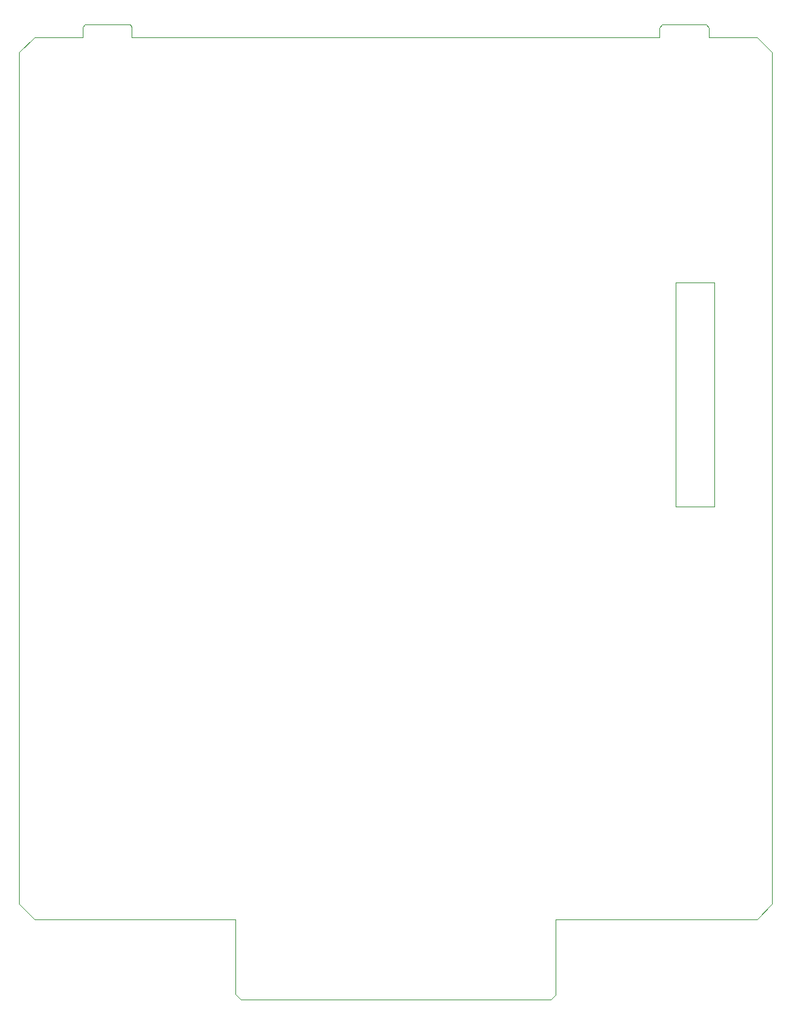
<source format=gbr>
%TF.GenerationSoftware,KiCad,Pcbnew,(5.1.9)-1*%
%TF.CreationDate,2021-12-04T16:06:40+00:00*%
%TF.ProjectId,RGBtoHDMI Amiga Denise CPLD FFC - CDTV Video Slot,52474274-6f48-4444-9d49-20416d696761,1*%
%TF.SameCoordinates,Original*%
%TF.FileFunction,Profile,NP*%
%FSLAX46Y46*%
G04 Gerber Fmt 4.6, Leading zero omitted, Abs format (unit mm)*
G04 Created by KiCad (PCBNEW (5.1.9)-1) date 2021-12-04 16:06:40*
%MOMM*%
%LPD*%
G01*
G04 APERTURE LIST*
%TA.AperFunction,Profile*%
%ADD10C,0.050000*%
%TD*%
G04 APERTURE END LIST*
D10*
X134874000Y-37642800D02*
X135216900Y-38100000D01*
X129413000Y-37642800D02*
X129057400Y-38100000D01*
X63017400Y-37642800D02*
X63220600Y-37973000D01*
X57315100Y-37642800D02*
X57086500Y-37973000D01*
X135216900Y-39243000D02*
X141224000Y-39243000D01*
X63220600Y-39243000D02*
X129057400Y-39243000D01*
X135216900Y-38100000D02*
X135216900Y-39243000D01*
X129413000Y-37642800D02*
X134874000Y-37642800D01*
X129057400Y-39243000D02*
X129057400Y-38100000D01*
X63220600Y-37973000D02*
X63220600Y-39243000D01*
X57315100Y-37642800D02*
X63017400Y-37642800D01*
X57086500Y-39243000D02*
X57086500Y-37973000D01*
X143129000Y-147345400D02*
X141224000Y-149250400D01*
X49174400Y-147345400D02*
X51079400Y-149250400D01*
X141224000Y-39243000D02*
X143129000Y-41148000D01*
X51054000Y-39243000D02*
X49149000Y-41148000D01*
X131064000Y-97790000D02*
X131064000Y-69850000D01*
X135890000Y-97790000D02*
X131064000Y-97790000D01*
X135890000Y-69850000D02*
X135890000Y-97790000D01*
X131064000Y-69850000D02*
X135890000Y-69850000D01*
X141224000Y-149250400D02*
X116128800Y-149250400D01*
X116128800Y-158623000D02*
X115493800Y-159232600D01*
X115493800Y-159232600D02*
X76809600Y-159232600D01*
X76809600Y-159232600D02*
X76174600Y-158597600D01*
X116128800Y-158623000D02*
X116128800Y-149250400D01*
X76174600Y-158597600D02*
X76174600Y-149225000D01*
X51054000Y-39243000D02*
X57086500Y-39243000D01*
X49174400Y-147345400D02*
X49149000Y-41148000D01*
X76174600Y-149225000D02*
X51079400Y-149250400D01*
X143129000Y-41148000D02*
X143129000Y-147345400D01*
M02*

</source>
